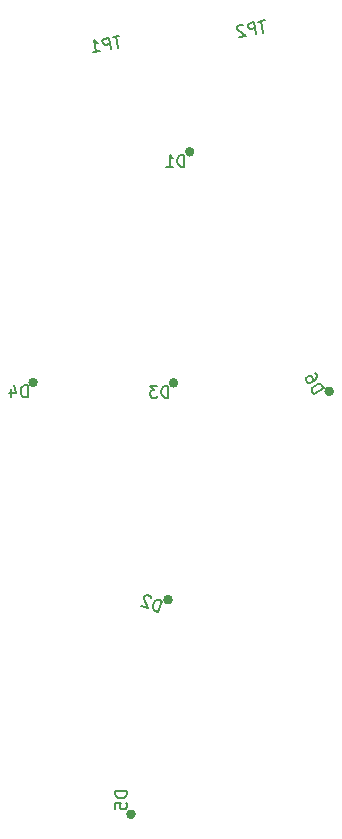
<source format=gbo>
G04 #@! TF.GenerationSoftware,KiCad,Pcbnew,5.1.2*
G04 #@! TF.CreationDate,2019-08-23T20:26:15-07:00*
G04 #@! TF.ProjectId,east-van,65617374-2d76-4616-9e2e-6b696361645f,rev?*
G04 #@! TF.SameCoordinates,PX50f5190PY28b17b0*
G04 #@! TF.FileFunction,Legend,Bot*
G04 #@! TF.FilePolarity,Positive*
%FSLAX46Y46*%
G04 Gerber Fmt 4.6, Leading zero omitted, Abs format (unit mm)*
G04 Created by KiCad (PCBNEW 5.1.2) date 2019-08-23 20:26:15*
%MOMM*%
%LPD*%
G04 APERTURE LIST*
%ADD10C,0.400000*%
%ADD11C,0.150000*%
G04 APERTURE END LIST*
D10*
X39171154Y-35798846D02*
G75*
G03X39171154Y-35798846I-200000J0D01*
G01*
X22390000Y-71610000D02*
G75*
G03X22390000Y-71610000I-200000J0D01*
G01*
X14100000Y-35050000D02*
G75*
G03X14100000Y-35050000I-200000J0D01*
G01*
X26000000Y-35080000D02*
G75*
G03X26000000Y-35080000I-200000J0D01*
G01*
X25525810Y-53437083D02*
G75*
G03X25525810Y-53437083I-200000J0D01*
G01*
X27360000Y-15520000D02*
G75*
G03X27360000Y-15520000I-200000J0D01*
G01*
D11*
X37655608Y-36025014D02*
X38521633Y-35525014D01*
X38402586Y-35318818D01*
X38289918Y-35218909D01*
X38159820Y-35184050D01*
X38053532Y-35190429D01*
X37864765Y-35244428D01*
X37741047Y-35315857D01*
X37599899Y-35452334D01*
X37541230Y-35541193D01*
X37506371Y-35671290D01*
X37536560Y-35818818D01*
X37655608Y-36025014D01*
X37807347Y-34287835D02*
X37902586Y-34452792D01*
X37908965Y-34559080D01*
X37891535Y-34624129D01*
X37815437Y-34778036D01*
X37674289Y-34914514D01*
X37344374Y-35104990D01*
X37238086Y-35111370D01*
X37173038Y-35093940D01*
X37084179Y-35035271D01*
X36988941Y-34870314D01*
X36982561Y-34764026D01*
X36999991Y-34698977D01*
X37058660Y-34610118D01*
X37264857Y-34491071D01*
X37371145Y-34484691D01*
X37436194Y-34502121D01*
X37525052Y-34560790D01*
X37620290Y-34725747D01*
X37626670Y-34832035D01*
X37609240Y-34897084D01*
X37550571Y-34985942D01*
X21842380Y-69671904D02*
X20842380Y-69671904D01*
X20842380Y-69910000D01*
X20890000Y-70052857D01*
X20985238Y-70148095D01*
X21080476Y-70195714D01*
X21270952Y-70243333D01*
X21413809Y-70243333D01*
X21604285Y-70195714D01*
X21699523Y-70148095D01*
X21794761Y-70052857D01*
X21842380Y-69910000D01*
X21842380Y-69671904D01*
X20842380Y-71148095D02*
X20842380Y-70671904D01*
X21318571Y-70624285D01*
X21270952Y-70671904D01*
X21223333Y-70767142D01*
X21223333Y-71005238D01*
X21270952Y-71100476D01*
X21318571Y-71148095D01*
X21413809Y-71195714D01*
X21651904Y-71195714D01*
X21747142Y-71148095D01*
X21794761Y-71100476D01*
X21842380Y-71005238D01*
X21842380Y-70767142D01*
X21794761Y-70671904D01*
X21747142Y-70624285D01*
X13438095Y-36302380D02*
X13438095Y-35302380D01*
X13200000Y-35302380D01*
X13057142Y-35350000D01*
X12961904Y-35445238D01*
X12914285Y-35540476D01*
X12866666Y-35730952D01*
X12866666Y-35873809D01*
X12914285Y-36064285D01*
X12961904Y-36159523D01*
X13057142Y-36254761D01*
X13200000Y-36302380D01*
X13438095Y-36302380D01*
X12009523Y-35635714D02*
X12009523Y-36302380D01*
X12247619Y-35254761D02*
X12485714Y-35969047D01*
X11866666Y-35969047D01*
X25338095Y-36332380D02*
X25338095Y-35332380D01*
X25100000Y-35332380D01*
X24957142Y-35380000D01*
X24861904Y-35475238D01*
X24814285Y-35570476D01*
X24766666Y-35760952D01*
X24766666Y-35903809D01*
X24814285Y-36094285D01*
X24861904Y-36189523D01*
X24957142Y-36284761D01*
X25100000Y-36332380D01*
X25338095Y-36332380D01*
X24433333Y-35332380D02*
X23814285Y-35332380D01*
X24147619Y-35713333D01*
X24004761Y-35713333D01*
X23909523Y-35760952D01*
X23861904Y-35808571D01*
X23814285Y-35903809D01*
X23814285Y-36141904D01*
X23861904Y-36237142D01*
X23909523Y-36284761D01*
X24004761Y-36332380D01*
X24290476Y-36332380D01*
X24385714Y-36284761D01*
X24433333Y-36237142D01*
X24463422Y-54455955D02*
X24805442Y-53516262D01*
X24581706Y-53434829D01*
X24431177Y-53430716D01*
X24309109Y-53487637D01*
X24231789Y-53560845D01*
X24121895Y-53723548D01*
X24073035Y-53857789D01*
X24052635Y-54053065D01*
X24064809Y-54158846D01*
X24121730Y-54280914D01*
X24239685Y-54374522D01*
X24463422Y-54455955D01*
X23877923Y-53280023D02*
X23849463Y-53218989D01*
X23776255Y-53141669D01*
X23552518Y-53060236D01*
X23446737Y-53072409D01*
X23385703Y-53100870D01*
X23308383Y-53174078D01*
X23275809Y-53263572D01*
X23271697Y-53414101D01*
X23613224Y-54146508D01*
X23031509Y-53934781D01*
X26698095Y-16772380D02*
X26698095Y-15772380D01*
X26460000Y-15772380D01*
X26317142Y-15820000D01*
X26221904Y-15915238D01*
X26174285Y-16010476D01*
X26126666Y-16200952D01*
X26126666Y-16343809D01*
X26174285Y-16534285D01*
X26221904Y-16629523D01*
X26317142Y-16724761D01*
X26460000Y-16772380D01*
X26698095Y-16772380D01*
X25174285Y-16772380D02*
X25745714Y-16772380D01*
X25460000Y-16772380D02*
X25460000Y-15772380D01*
X25555238Y-15915238D01*
X25650476Y-16010476D01*
X25745714Y-16058095D01*
X33518585Y-4395996D02*
X32955838Y-4495223D01*
X33410860Y-5430417D02*
X33237211Y-4445609D01*
X32801217Y-5537914D02*
X32627569Y-4553106D01*
X32252404Y-4619257D01*
X32166881Y-4682691D01*
X32128255Y-4737856D01*
X32097897Y-4839916D01*
X32122704Y-4980603D01*
X32186137Y-5066125D01*
X32241302Y-5104751D01*
X32343362Y-5135109D01*
X32718527Y-5068957D01*
X31706194Y-4812276D02*
X31651030Y-4773650D01*
X31548970Y-4743292D01*
X31314492Y-4784637D01*
X31228969Y-4848070D01*
X31190343Y-4903235D01*
X31159985Y-5005295D01*
X31176523Y-5099086D01*
X31248225Y-5231504D01*
X31910200Y-5695024D01*
X31300557Y-5802520D01*
X21198585Y-5705996D02*
X20635838Y-5805223D01*
X21090860Y-6740417D02*
X20917211Y-5755609D01*
X20481217Y-6847914D02*
X20307569Y-5863106D01*
X19932404Y-5929257D01*
X19846881Y-5992691D01*
X19808255Y-6047856D01*
X19777897Y-6149916D01*
X19802704Y-6290603D01*
X19866137Y-6376125D01*
X19921302Y-6414751D01*
X20023362Y-6445109D01*
X20398527Y-6378957D01*
X18980557Y-7112520D02*
X19543305Y-7013293D01*
X19261931Y-7062907D02*
X19088283Y-6078099D01*
X19206881Y-6202248D01*
X19317210Y-6279501D01*
X19419270Y-6309859D01*
M02*

</source>
